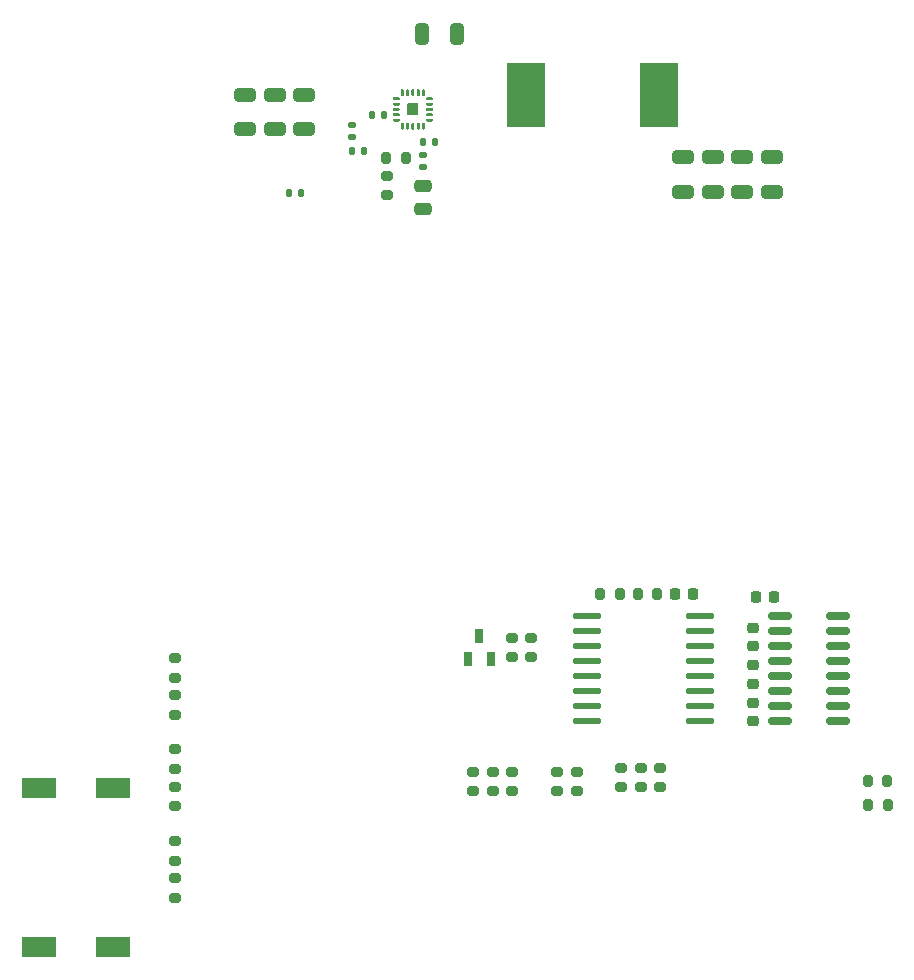
<source format=gbr>
%TF.GenerationSoftware,KiCad,Pcbnew,7.0.7*%
%TF.CreationDate,2024-02-14T01:50:22-08:00*%
%TF.ProjectId,PDB,5044422e-6b69-4636-9164-5f7063625858,rev?*%
%TF.SameCoordinates,Original*%
%TF.FileFunction,Paste,Top*%
%TF.FilePolarity,Positive*%
%FSLAX46Y46*%
G04 Gerber Fmt 4.6, Leading zero omitted, Abs format (unit mm)*
G04 Created by KiCad (PCBNEW 7.0.7) date 2024-02-14 01:50:22*
%MOMM*%
%LPD*%
G01*
G04 APERTURE LIST*
G04 Aperture macros list*
%AMRoundRect*
0 Rectangle with rounded corners*
0 $1 Rounding radius*
0 $2 $3 $4 $5 $6 $7 $8 $9 X,Y pos of 4 corners*
0 Add a 4 corners polygon primitive as box body*
4,1,4,$2,$3,$4,$5,$6,$7,$8,$9,$2,$3,0*
0 Add four circle primitives for the rounded corners*
1,1,$1+$1,$2,$3*
1,1,$1+$1,$4,$5*
1,1,$1+$1,$6,$7*
1,1,$1+$1,$8,$9*
0 Add four rect primitives between the rounded corners*
20,1,$1+$1,$2,$3,$4,$5,0*
20,1,$1+$1,$4,$5,$6,$7,0*
20,1,$1+$1,$6,$7,$8,$9,0*
20,1,$1+$1,$8,$9,$2,$3,0*%
G04 Aperture macros list end*
%ADD10RoundRect,0.200000X0.275000X-0.200000X0.275000X0.200000X-0.275000X0.200000X-0.275000X-0.200000X0*%
%ADD11RoundRect,0.250000X0.650000X-0.325000X0.650000X0.325000X-0.650000X0.325000X-0.650000X-0.325000X0*%
%ADD12RoundRect,0.135000X-0.135000X-0.185000X0.135000X-0.185000X0.135000X0.185000X-0.135000X0.185000X0*%
%ADD13RoundRect,0.225000X0.225000X0.250000X-0.225000X0.250000X-0.225000X-0.250000X0.225000X-0.250000X0*%
%ADD14RoundRect,0.200000X-0.200000X-0.275000X0.200000X-0.275000X0.200000X0.275000X-0.200000X0.275000X0*%
%ADD15RoundRect,0.200000X-0.275000X0.200000X-0.275000X-0.200000X0.275000X-0.200000X0.275000X0.200000X0*%
%ADD16RoundRect,0.225000X0.250000X-0.225000X0.250000X0.225000X-0.250000X0.225000X-0.250000X-0.225000X0*%
%ADD17R,2.921000X1.651000*%
%ADD18R,3.250000X5.500000*%
%ADD19O,2.401000X0.574000*%
%ADD20RoundRect,0.135000X0.135000X0.185000X-0.135000X0.185000X-0.135000X-0.185000X0.135000X-0.185000X0*%
%ADD21RoundRect,0.250000X0.325000X0.650000X-0.325000X0.650000X-0.325000X-0.650000X0.325000X-0.650000X0*%
%ADD22R,0.700000X1.250000*%
%ADD23RoundRect,0.135000X-0.185000X0.135000X-0.185000X-0.135000X0.185000X-0.135000X0.185000X0.135000X0*%
%ADD24RoundRect,0.225000X-0.225000X-0.250000X0.225000X-0.250000X0.225000X0.250000X-0.225000X0.250000X0*%
%ADD25O,0.252000X0.600000*%
%ADD26O,0.600000X0.252000*%
%ADD27R,0.926000X0.975000*%
%ADD28RoundRect,0.150000X-0.825000X-0.150000X0.825000X-0.150000X0.825000X0.150000X-0.825000X0.150000X0*%
%ADD29RoundRect,0.250000X-0.475000X0.250000X-0.475000X-0.250000X0.475000X-0.250000X0.475000X0.250000X0*%
%ADD30RoundRect,0.225000X-0.250000X0.225000X-0.250000X-0.225000X0.250000X-0.225000X0.250000X0.225000X0*%
G04 APERTURE END LIST*
%TO.C,U3*%
G36*
X114209000Y-30088000D02*
G01*
X113283000Y-30088000D01*
X113283000Y-29112000D01*
X114209000Y-29112000D01*
X114209000Y-30088000D01*
G37*
G36*
X113768000Y-27889000D02*
G01*
X113775000Y-27891000D01*
X113782000Y-27893000D01*
X113789000Y-27895000D01*
X113796000Y-27898000D01*
X113803000Y-27901000D01*
X113809000Y-27904000D01*
X113815000Y-27908000D01*
X113821000Y-27912000D01*
X113827000Y-27917000D01*
X113832000Y-27922000D01*
X113838000Y-27927000D01*
X113843000Y-27933000D01*
X113847000Y-27938000D01*
X113851000Y-27944000D01*
X113855000Y-27950000D01*
X113859000Y-27957000D01*
X113862000Y-27964000D01*
X113864000Y-27970000D01*
X113867000Y-27977000D01*
X113869000Y-27984000D01*
X113870000Y-27992000D01*
X113871000Y-27999000D01*
X113872000Y-28006000D01*
X113872000Y-28014000D01*
X113872000Y-28362000D01*
X113872000Y-28369000D01*
X113871000Y-28376000D01*
X113870000Y-28383000D01*
X113869000Y-28391000D01*
X113867000Y-28398000D01*
X113864000Y-28405000D01*
X113862000Y-28411000D01*
X113859000Y-28418000D01*
X113855000Y-28425000D01*
X113851000Y-28431000D01*
X113847000Y-28437000D01*
X113843000Y-28443000D01*
X113838000Y-28448000D01*
X113832000Y-28453000D01*
X113827000Y-28458000D01*
X113821000Y-28463000D01*
X113815000Y-28467000D01*
X113809000Y-28471000D01*
X113803000Y-28474000D01*
X113796000Y-28477000D01*
X113789000Y-28480000D01*
X113782000Y-28482000D01*
X113775000Y-28484000D01*
X113768000Y-28486000D01*
X113761000Y-28487000D01*
X113753000Y-28487000D01*
X113746000Y-28488000D01*
X113739000Y-28487000D01*
X113731000Y-28487000D01*
X113724000Y-28486000D01*
X113717000Y-28484000D01*
X113710000Y-28482000D01*
X113703000Y-28480000D01*
X113696000Y-28477000D01*
X113689000Y-28474000D01*
X113683000Y-28471000D01*
X113677000Y-28467000D01*
X113671000Y-28463000D01*
X113665000Y-28458000D01*
X113660000Y-28453000D01*
X113654000Y-28448000D01*
X113649000Y-28443000D01*
X113645000Y-28437000D01*
X113641000Y-28431000D01*
X113637000Y-28425000D01*
X113633000Y-28418000D01*
X113630000Y-28411000D01*
X113628000Y-28405000D01*
X113625000Y-28398000D01*
X113623000Y-28391000D01*
X113622000Y-28383000D01*
X113621000Y-28376000D01*
X113620000Y-28369000D01*
X113620000Y-28362000D01*
X113620000Y-28014000D01*
X113620000Y-28006000D01*
X113621000Y-27999000D01*
X113622000Y-27992000D01*
X113623000Y-27984000D01*
X113625000Y-27977000D01*
X113628000Y-27970000D01*
X113630000Y-27964000D01*
X113633000Y-27957000D01*
X113637000Y-27951000D01*
X113641000Y-27944000D01*
X113645000Y-27938000D01*
X113649000Y-27933000D01*
X113654000Y-27927000D01*
X113660000Y-27922000D01*
X113665000Y-27917000D01*
X113671000Y-27912000D01*
X113677000Y-27908000D01*
X113683000Y-27904000D01*
X113689000Y-27901000D01*
X113696000Y-27898000D01*
X113703000Y-27895000D01*
X113710000Y-27893000D01*
X113717000Y-27891000D01*
X113724000Y-27889000D01*
X113731000Y-27888000D01*
X113739000Y-27888000D01*
X113746000Y-27888000D01*
X113753000Y-27888000D01*
X113761000Y-27888000D01*
X113768000Y-27889000D01*
G37*
G36*
X114668000Y-27889000D02*
G01*
X114675000Y-27891000D01*
X114682000Y-27893000D01*
X114689000Y-27895000D01*
X114696000Y-27898000D01*
X114702000Y-27901000D01*
X114709000Y-27904000D01*
X114715000Y-27908000D01*
X114721000Y-27912000D01*
X114727000Y-27917000D01*
X114732000Y-27922000D01*
X114738000Y-27927000D01*
X114742000Y-27933000D01*
X114747000Y-27938000D01*
X114751000Y-27944000D01*
X114755000Y-27950000D01*
X114759000Y-27957000D01*
X114762000Y-27964000D01*
X114764000Y-27970000D01*
X114767000Y-27977000D01*
X114769000Y-27984000D01*
X114770000Y-27992000D01*
X114771000Y-27999000D01*
X114772000Y-28006000D01*
X114772000Y-28014000D01*
X114772000Y-28362000D01*
X114772000Y-28369000D01*
X114771000Y-28376000D01*
X114770000Y-28383000D01*
X114769000Y-28391000D01*
X114767000Y-28398000D01*
X114764000Y-28405000D01*
X114762000Y-28411000D01*
X114759000Y-28418000D01*
X114755000Y-28425000D01*
X114751000Y-28431000D01*
X114747000Y-28437000D01*
X114742000Y-28443000D01*
X114738000Y-28448000D01*
X114732000Y-28453000D01*
X114727000Y-28458000D01*
X114721000Y-28463000D01*
X114715000Y-28467000D01*
X114709000Y-28471000D01*
X114702000Y-28474000D01*
X114696000Y-28477000D01*
X114689000Y-28480000D01*
X114682000Y-28482000D01*
X114675000Y-28484000D01*
X114668000Y-28486000D01*
X114661000Y-28487000D01*
X114653000Y-28487000D01*
X114646000Y-28488000D01*
X114639000Y-28487000D01*
X114631000Y-28487000D01*
X114624000Y-28486000D01*
X114617000Y-28484000D01*
X114610000Y-28482000D01*
X114603000Y-28480000D01*
X114596000Y-28477000D01*
X114589000Y-28474000D01*
X114583000Y-28471000D01*
X114577000Y-28467000D01*
X114571000Y-28463000D01*
X114565000Y-28458000D01*
X114559000Y-28453000D01*
X114554000Y-28448000D01*
X114549000Y-28443000D01*
X114545000Y-28437000D01*
X114541000Y-28431000D01*
X114537000Y-28425000D01*
X114533000Y-28418000D01*
X114530000Y-28411000D01*
X114528000Y-28405000D01*
X114525000Y-28398000D01*
X114523000Y-28391000D01*
X114522000Y-28383000D01*
X114521000Y-28376000D01*
X114520000Y-28369000D01*
X114520000Y-28362000D01*
X114520000Y-28014000D01*
X114520000Y-28006000D01*
X114521000Y-27999000D01*
X114522000Y-27992000D01*
X114523000Y-27984000D01*
X114525000Y-27977000D01*
X114528000Y-27970000D01*
X114530000Y-27964000D01*
X114533000Y-27957000D01*
X114537000Y-27951000D01*
X114541000Y-27944000D01*
X114545000Y-27938000D01*
X114549000Y-27933000D01*
X114554000Y-27927000D01*
X114559000Y-27922000D01*
X114565000Y-27917000D01*
X114571000Y-27912000D01*
X114577000Y-27908000D01*
X114583000Y-27904000D01*
X114589000Y-27901000D01*
X114596000Y-27898000D01*
X114603000Y-27895000D01*
X114610000Y-27893000D01*
X114617000Y-27891000D01*
X114624000Y-27889000D01*
X114631000Y-27888000D01*
X114639000Y-27888000D01*
X114646000Y-27888000D01*
X114653000Y-27888000D01*
X114661000Y-27888000D01*
X114668000Y-27889000D01*
G37*
G36*
X114218000Y-27889000D02*
G01*
X114225000Y-27891000D01*
X114232000Y-27893000D01*
X114239000Y-27895000D01*
X114246000Y-27898000D01*
X114253000Y-27901000D01*
X114259000Y-27904000D01*
X114265000Y-27908000D01*
X114271000Y-27912000D01*
X114277000Y-27917000D01*
X114283000Y-27922000D01*
X114288000Y-27927000D01*
X114293000Y-27933000D01*
X114297000Y-27938000D01*
X114301000Y-27944000D01*
X114305000Y-27950000D01*
X114309000Y-27957000D01*
X114312000Y-27964000D01*
X114315000Y-27970000D01*
X114317000Y-27977000D01*
X114319000Y-27984000D01*
X114320000Y-27992000D01*
X114321000Y-27999000D01*
X114322000Y-28006000D01*
X114322000Y-28014000D01*
X114322000Y-28362000D01*
X114322000Y-28369000D01*
X114321000Y-28376000D01*
X114320000Y-28383000D01*
X114319000Y-28391000D01*
X114317000Y-28398000D01*
X114315000Y-28405000D01*
X114312000Y-28411000D01*
X114309000Y-28418000D01*
X114305000Y-28425000D01*
X114301000Y-28431000D01*
X114297000Y-28437000D01*
X114293000Y-28443000D01*
X114288000Y-28448000D01*
X114283000Y-28453000D01*
X114277000Y-28458000D01*
X114271000Y-28463000D01*
X114265000Y-28467000D01*
X114259000Y-28471000D01*
X114253000Y-28474000D01*
X114246000Y-28477000D01*
X114239000Y-28480000D01*
X114232000Y-28482000D01*
X114225000Y-28484000D01*
X114218000Y-28486000D01*
X114211000Y-28487000D01*
X114203000Y-28487000D01*
X114196000Y-28488000D01*
X114189000Y-28487000D01*
X114181000Y-28487000D01*
X114174000Y-28486000D01*
X114167000Y-28484000D01*
X114160000Y-28482000D01*
X114153000Y-28480000D01*
X114146000Y-28477000D01*
X114140000Y-28474000D01*
X114133000Y-28471000D01*
X114127000Y-28467000D01*
X114121000Y-28463000D01*
X114115000Y-28458000D01*
X114110000Y-28453000D01*
X114104000Y-28448000D01*
X114100000Y-28443000D01*
X114095000Y-28437000D01*
X114091000Y-28431000D01*
X114087000Y-28425000D01*
X114083000Y-28418000D01*
X114080000Y-28411000D01*
X114078000Y-28405000D01*
X114075000Y-28398000D01*
X114073000Y-28391000D01*
X114072000Y-28383000D01*
X114071000Y-28376000D01*
X114070000Y-28369000D01*
X114070000Y-28362000D01*
X114070000Y-28014000D01*
X114070000Y-28006000D01*
X114071000Y-27999000D01*
X114072000Y-27992000D01*
X114073000Y-27984000D01*
X114075000Y-27977000D01*
X114078000Y-27970000D01*
X114080000Y-27964000D01*
X114083000Y-27957000D01*
X114087000Y-27951000D01*
X114091000Y-27944000D01*
X114095000Y-27938000D01*
X114100000Y-27933000D01*
X114104000Y-27927000D01*
X114110000Y-27922000D01*
X114115000Y-27917000D01*
X114121000Y-27912000D01*
X114127000Y-27908000D01*
X114133000Y-27904000D01*
X114140000Y-27901000D01*
X114146000Y-27898000D01*
X114153000Y-27895000D01*
X114160000Y-27893000D01*
X114167000Y-27891000D01*
X114174000Y-27889000D01*
X114181000Y-27888000D01*
X114189000Y-27888000D01*
X114196000Y-27888000D01*
X114203000Y-27888000D01*
X114211000Y-27888000D01*
X114218000Y-27889000D01*
G37*
G36*
X113318000Y-27889000D02*
G01*
X113325000Y-27891000D01*
X113332000Y-27893000D01*
X113339000Y-27895000D01*
X113346000Y-27898000D01*
X113352000Y-27901000D01*
X113359000Y-27904000D01*
X113365000Y-27908000D01*
X113371000Y-27912000D01*
X113377000Y-27917000D01*
X113382000Y-27922000D01*
X113388000Y-27927000D01*
X113392000Y-27933000D01*
X113397000Y-27938000D01*
X113401000Y-27944000D01*
X113405000Y-27950000D01*
X113409000Y-27957000D01*
X113412000Y-27964000D01*
X113414000Y-27970000D01*
X113417000Y-27977000D01*
X113419000Y-27984000D01*
X113420000Y-27992000D01*
X113421000Y-27999000D01*
X113422000Y-28006000D01*
X113422000Y-28014000D01*
X113422000Y-28362000D01*
X113422000Y-28369000D01*
X113421000Y-28376000D01*
X113420000Y-28383000D01*
X113419000Y-28391000D01*
X113417000Y-28398000D01*
X113414000Y-28405000D01*
X113412000Y-28411000D01*
X113409000Y-28418000D01*
X113405000Y-28425000D01*
X113401000Y-28431000D01*
X113397000Y-28437000D01*
X113392000Y-28443000D01*
X113388000Y-28448000D01*
X113382000Y-28453000D01*
X113377000Y-28458000D01*
X113371000Y-28463000D01*
X113365000Y-28467000D01*
X113359000Y-28471000D01*
X113352000Y-28474000D01*
X113346000Y-28477000D01*
X113339000Y-28480000D01*
X113332000Y-28482000D01*
X113325000Y-28484000D01*
X113318000Y-28486000D01*
X113311000Y-28487000D01*
X113303000Y-28487000D01*
X113296000Y-28488000D01*
X113289000Y-28487000D01*
X113281000Y-28487000D01*
X113274000Y-28486000D01*
X113267000Y-28484000D01*
X113260000Y-28482000D01*
X113253000Y-28480000D01*
X113246000Y-28477000D01*
X113239000Y-28474000D01*
X113233000Y-28471000D01*
X113227000Y-28467000D01*
X113221000Y-28463000D01*
X113215000Y-28458000D01*
X113209000Y-28453000D01*
X113204000Y-28448000D01*
X113199000Y-28443000D01*
X113195000Y-28437000D01*
X113191000Y-28431000D01*
X113187000Y-28425000D01*
X113183000Y-28418000D01*
X113180000Y-28411000D01*
X113177000Y-28405000D01*
X113175000Y-28398000D01*
X113173000Y-28391000D01*
X113172000Y-28383000D01*
X113171000Y-28376000D01*
X113170000Y-28369000D01*
X113170000Y-28362000D01*
X113170000Y-28014000D01*
X113170000Y-28006000D01*
X113171000Y-27999000D01*
X113172000Y-27992000D01*
X113173000Y-27984000D01*
X113175000Y-27977000D01*
X113177000Y-27970000D01*
X113180000Y-27964000D01*
X113183000Y-27957000D01*
X113187000Y-27951000D01*
X113191000Y-27944000D01*
X113195000Y-27938000D01*
X113199000Y-27933000D01*
X113204000Y-27927000D01*
X113209000Y-27922000D01*
X113215000Y-27917000D01*
X113221000Y-27912000D01*
X113227000Y-27908000D01*
X113233000Y-27904000D01*
X113239000Y-27901000D01*
X113246000Y-27898000D01*
X113253000Y-27895000D01*
X113260000Y-27893000D01*
X113267000Y-27891000D01*
X113274000Y-27889000D01*
X113281000Y-27888000D01*
X113289000Y-27888000D01*
X113296000Y-27888000D01*
X113303000Y-27888000D01*
X113311000Y-27888000D01*
X113318000Y-27889000D01*
G37*
G36*
X112868000Y-27889000D02*
G01*
X112875000Y-27891000D01*
X112882000Y-27893000D01*
X112889000Y-27895000D01*
X112896000Y-27898000D01*
X112903000Y-27901000D01*
X112909000Y-27904000D01*
X112915000Y-27908000D01*
X112921000Y-27912000D01*
X112927000Y-27917000D01*
X112933000Y-27922000D01*
X112938000Y-27927000D01*
X112943000Y-27933000D01*
X112947000Y-27938000D01*
X112951000Y-27944000D01*
X112955000Y-27950000D01*
X112959000Y-27957000D01*
X112962000Y-27964000D01*
X112964000Y-27970000D01*
X112967000Y-27977000D01*
X112969000Y-27984000D01*
X112970000Y-27992000D01*
X112971000Y-27999000D01*
X112972000Y-28006000D01*
X112972000Y-28014000D01*
X112972000Y-28362000D01*
X112972000Y-28369000D01*
X112971000Y-28376000D01*
X112970000Y-28383000D01*
X112969000Y-28391000D01*
X112967000Y-28398000D01*
X112964000Y-28405000D01*
X112962000Y-28411000D01*
X112959000Y-28418000D01*
X112955000Y-28425000D01*
X112951000Y-28431000D01*
X112947000Y-28437000D01*
X112943000Y-28443000D01*
X112938000Y-28448000D01*
X112933000Y-28453000D01*
X112927000Y-28458000D01*
X112921000Y-28463000D01*
X112915000Y-28467000D01*
X112909000Y-28471000D01*
X112903000Y-28474000D01*
X112896000Y-28477000D01*
X112889000Y-28480000D01*
X112882000Y-28482000D01*
X112875000Y-28484000D01*
X112868000Y-28486000D01*
X112861000Y-28487000D01*
X112853000Y-28487000D01*
X112846000Y-28488000D01*
X112839000Y-28487000D01*
X112831000Y-28487000D01*
X112824000Y-28486000D01*
X112817000Y-28484000D01*
X112810000Y-28482000D01*
X112803000Y-28480000D01*
X112796000Y-28477000D01*
X112790000Y-28474000D01*
X112783000Y-28471000D01*
X112777000Y-28467000D01*
X112771000Y-28463000D01*
X112765000Y-28458000D01*
X112760000Y-28453000D01*
X112754000Y-28448000D01*
X112750000Y-28443000D01*
X112745000Y-28437000D01*
X112741000Y-28431000D01*
X112737000Y-28425000D01*
X112733000Y-28418000D01*
X112730000Y-28411000D01*
X112728000Y-28405000D01*
X112725000Y-28398000D01*
X112723000Y-28391000D01*
X112722000Y-28383000D01*
X112721000Y-28376000D01*
X112720000Y-28369000D01*
X112720000Y-28362000D01*
X112720000Y-28014000D01*
X112720000Y-28006000D01*
X112721000Y-27999000D01*
X112722000Y-27992000D01*
X112723000Y-27984000D01*
X112725000Y-27977000D01*
X112728000Y-27970000D01*
X112730000Y-27964000D01*
X112733000Y-27957000D01*
X112737000Y-27951000D01*
X112741000Y-27944000D01*
X112745000Y-27938000D01*
X112750000Y-27933000D01*
X112754000Y-27927000D01*
X112760000Y-27922000D01*
X112765000Y-27917000D01*
X112771000Y-27912000D01*
X112777000Y-27908000D01*
X112783000Y-27904000D01*
X112790000Y-27901000D01*
X112796000Y-27898000D01*
X112803000Y-27895000D01*
X112810000Y-27893000D01*
X112817000Y-27891000D01*
X112824000Y-27889000D01*
X112831000Y-27888000D01*
X112839000Y-27888000D01*
X112846000Y-27888000D01*
X112853000Y-27888000D01*
X112861000Y-27888000D01*
X112868000Y-27889000D01*
G37*
G36*
X115347000Y-28575000D02*
G01*
X115354000Y-28576000D01*
X115362000Y-28577000D01*
X115369000Y-28579000D01*
X115376000Y-28582000D01*
X115382000Y-28584000D01*
X115389000Y-28587000D01*
X115395000Y-28591000D01*
X115402000Y-28595000D01*
X115408000Y-28599000D01*
X115413000Y-28604000D01*
X115419000Y-28608000D01*
X115424000Y-28614000D01*
X115429000Y-28619000D01*
X115434000Y-28625000D01*
X115438000Y-28631000D01*
X115442000Y-28637000D01*
X115445000Y-28644000D01*
X115448000Y-28650000D01*
X115451000Y-28657000D01*
X115453000Y-28664000D01*
X115455000Y-28671000D01*
X115457000Y-28678000D01*
X115458000Y-28685000D01*
X115458000Y-28693000D01*
X115458000Y-28700000D01*
X115458000Y-28707000D01*
X115458000Y-28715000D01*
X115457000Y-28722000D01*
X115455000Y-28729000D01*
X115453000Y-28736000D01*
X115451000Y-28743000D01*
X115448000Y-28750000D01*
X115445000Y-28757000D01*
X115442000Y-28763000D01*
X115438000Y-28769000D01*
X115434000Y-28775000D01*
X115429000Y-28781000D01*
X115424000Y-28787000D01*
X115419000Y-28792000D01*
X115413000Y-28797000D01*
X115408000Y-28801000D01*
X115402000Y-28805000D01*
X115396000Y-28809000D01*
X115389000Y-28813000D01*
X115382000Y-28816000D01*
X115376000Y-28818000D01*
X115369000Y-28821000D01*
X115362000Y-28823000D01*
X115354000Y-28824000D01*
X115347000Y-28825000D01*
X115340000Y-28826000D01*
X115332000Y-28826000D01*
X114984000Y-28826000D01*
X114977000Y-28826000D01*
X114970000Y-28825000D01*
X114963000Y-28824000D01*
X114955000Y-28823000D01*
X114948000Y-28821000D01*
X114941000Y-28818000D01*
X114935000Y-28816000D01*
X114928000Y-28813000D01*
X114921000Y-28809000D01*
X114915000Y-28805000D01*
X114909000Y-28801000D01*
X114903000Y-28797000D01*
X114898000Y-28792000D01*
X114893000Y-28787000D01*
X114888000Y-28781000D01*
X114883000Y-28775000D01*
X114879000Y-28769000D01*
X114875000Y-28763000D01*
X114872000Y-28757000D01*
X114869000Y-28750000D01*
X114866000Y-28743000D01*
X114864000Y-28736000D01*
X114862000Y-28729000D01*
X114860000Y-28722000D01*
X114859000Y-28715000D01*
X114859000Y-28707000D01*
X114858000Y-28700000D01*
X114859000Y-28693000D01*
X114859000Y-28685000D01*
X114860000Y-28678000D01*
X114862000Y-28671000D01*
X114864000Y-28664000D01*
X114866000Y-28657000D01*
X114869000Y-28650000D01*
X114872000Y-28644000D01*
X114875000Y-28637000D01*
X114879000Y-28631000D01*
X114883000Y-28625000D01*
X114888000Y-28619000D01*
X114893000Y-28614000D01*
X114898000Y-28608000D01*
X114903000Y-28604000D01*
X114909000Y-28599000D01*
X114915000Y-28595000D01*
X114921000Y-28591000D01*
X114928000Y-28587000D01*
X114935000Y-28584000D01*
X114941000Y-28582000D01*
X114948000Y-28579000D01*
X114955000Y-28577000D01*
X114963000Y-28576000D01*
X114970000Y-28575000D01*
X114977000Y-28574000D01*
X114984000Y-28574000D01*
X115332000Y-28574000D01*
X115340000Y-28574000D01*
X115347000Y-28575000D01*
G37*
G36*
X112522000Y-28575000D02*
G01*
X112529000Y-28576000D01*
X112537000Y-28577000D01*
X112544000Y-28579000D01*
X112551000Y-28582000D01*
X112557000Y-28584000D01*
X112564000Y-28587000D01*
X112570000Y-28591000D01*
X112577000Y-28595000D01*
X112583000Y-28599000D01*
X112588000Y-28604000D01*
X112594000Y-28608000D01*
X112599000Y-28614000D01*
X112604000Y-28619000D01*
X112609000Y-28625000D01*
X112613000Y-28631000D01*
X112617000Y-28637000D01*
X112620000Y-28644000D01*
X112623000Y-28650000D01*
X112626000Y-28657000D01*
X112628000Y-28664000D01*
X112630000Y-28671000D01*
X112632000Y-28678000D01*
X112633000Y-28685000D01*
X112633000Y-28693000D01*
X112634000Y-28700000D01*
X112633000Y-28707000D01*
X112633000Y-28715000D01*
X112632000Y-28722000D01*
X112630000Y-28729000D01*
X112628000Y-28736000D01*
X112626000Y-28743000D01*
X112623000Y-28750000D01*
X112620000Y-28757000D01*
X112617000Y-28763000D01*
X112613000Y-28769000D01*
X112609000Y-28775000D01*
X112604000Y-28781000D01*
X112599000Y-28787000D01*
X112594000Y-28792000D01*
X112588000Y-28797000D01*
X112583000Y-28801000D01*
X112577000Y-28805000D01*
X112571000Y-28809000D01*
X112564000Y-28813000D01*
X112557000Y-28816000D01*
X112551000Y-28818000D01*
X112544000Y-28821000D01*
X112537000Y-28823000D01*
X112529000Y-28824000D01*
X112522000Y-28825000D01*
X112515000Y-28826000D01*
X112507000Y-28826000D01*
X112160000Y-28826000D01*
X112152000Y-28826000D01*
X112145000Y-28825000D01*
X112138000Y-28824000D01*
X112130000Y-28823000D01*
X112123000Y-28821000D01*
X112116000Y-28818000D01*
X112110000Y-28816000D01*
X112103000Y-28813000D01*
X112097000Y-28809000D01*
X112090000Y-28805000D01*
X112084000Y-28801000D01*
X112079000Y-28797000D01*
X112073000Y-28792000D01*
X112068000Y-28787000D01*
X112063000Y-28781000D01*
X112058000Y-28775000D01*
X112054000Y-28769000D01*
X112050000Y-28763000D01*
X112047000Y-28757000D01*
X112044000Y-28750000D01*
X112041000Y-28743000D01*
X112039000Y-28736000D01*
X112037000Y-28729000D01*
X112035000Y-28722000D01*
X112034000Y-28715000D01*
X112034000Y-28707000D01*
X112034000Y-28700000D01*
X112034000Y-28693000D01*
X112034000Y-28685000D01*
X112035000Y-28678000D01*
X112037000Y-28671000D01*
X112039000Y-28664000D01*
X112041000Y-28657000D01*
X112044000Y-28650000D01*
X112047000Y-28644000D01*
X112050000Y-28637000D01*
X112054000Y-28631000D01*
X112058000Y-28625000D01*
X112063000Y-28619000D01*
X112068000Y-28614000D01*
X112073000Y-28608000D01*
X112079000Y-28604000D01*
X112084000Y-28599000D01*
X112090000Y-28595000D01*
X112096000Y-28591000D01*
X112103000Y-28587000D01*
X112110000Y-28584000D01*
X112116000Y-28582000D01*
X112123000Y-28579000D01*
X112130000Y-28577000D01*
X112138000Y-28576000D01*
X112145000Y-28575000D01*
X112152000Y-28574000D01*
X112160000Y-28574000D01*
X112507000Y-28574000D01*
X112515000Y-28574000D01*
X112522000Y-28575000D01*
G37*
G36*
X115347000Y-29025000D02*
G01*
X115354000Y-29026000D01*
X115362000Y-29027000D01*
X115369000Y-29029000D01*
X115376000Y-29031000D01*
X115382000Y-29034000D01*
X115389000Y-29037000D01*
X115395000Y-29041000D01*
X115402000Y-29045000D01*
X115408000Y-29049000D01*
X115413000Y-29053000D01*
X115419000Y-29058000D01*
X115424000Y-29063000D01*
X115429000Y-29069000D01*
X115434000Y-29075000D01*
X115438000Y-29081000D01*
X115442000Y-29087000D01*
X115445000Y-29093000D01*
X115448000Y-29100000D01*
X115451000Y-29107000D01*
X115453000Y-29114000D01*
X115455000Y-29121000D01*
X115457000Y-29128000D01*
X115458000Y-29135000D01*
X115458000Y-29143000D01*
X115458000Y-29150000D01*
X115458000Y-29157000D01*
X115458000Y-29165000D01*
X115457000Y-29172000D01*
X115455000Y-29179000D01*
X115453000Y-29186000D01*
X115451000Y-29193000D01*
X115448000Y-29200000D01*
X115445000Y-29206000D01*
X115442000Y-29213000D01*
X115438000Y-29219000D01*
X115434000Y-29225000D01*
X115429000Y-29231000D01*
X115424000Y-29236000D01*
X115419000Y-29242000D01*
X115413000Y-29246000D01*
X115408000Y-29251000D01*
X115402000Y-29255000D01*
X115396000Y-29259000D01*
X115389000Y-29263000D01*
X115382000Y-29266000D01*
X115376000Y-29268000D01*
X115369000Y-29271000D01*
X115362000Y-29273000D01*
X115354000Y-29274000D01*
X115347000Y-29275000D01*
X115340000Y-29276000D01*
X115332000Y-29276000D01*
X114984000Y-29276000D01*
X114977000Y-29276000D01*
X114970000Y-29275000D01*
X114963000Y-29274000D01*
X114955000Y-29273000D01*
X114948000Y-29271000D01*
X114941000Y-29268000D01*
X114935000Y-29266000D01*
X114928000Y-29263000D01*
X114921000Y-29259000D01*
X114915000Y-29255000D01*
X114909000Y-29251000D01*
X114903000Y-29246000D01*
X114898000Y-29242000D01*
X114893000Y-29236000D01*
X114888000Y-29231000D01*
X114883000Y-29225000D01*
X114879000Y-29219000D01*
X114875000Y-29213000D01*
X114872000Y-29206000D01*
X114869000Y-29200000D01*
X114866000Y-29193000D01*
X114864000Y-29186000D01*
X114862000Y-29179000D01*
X114860000Y-29172000D01*
X114859000Y-29165000D01*
X114859000Y-29157000D01*
X114858000Y-29150000D01*
X114859000Y-29143000D01*
X114859000Y-29135000D01*
X114860000Y-29128000D01*
X114862000Y-29121000D01*
X114864000Y-29114000D01*
X114866000Y-29107000D01*
X114869000Y-29100000D01*
X114872000Y-29093000D01*
X114875000Y-29087000D01*
X114879000Y-29081000D01*
X114883000Y-29075000D01*
X114888000Y-29069000D01*
X114893000Y-29063000D01*
X114898000Y-29058000D01*
X114903000Y-29053000D01*
X114909000Y-29049000D01*
X114915000Y-29045000D01*
X114921000Y-29041000D01*
X114928000Y-29037000D01*
X114935000Y-29034000D01*
X114941000Y-29031000D01*
X114948000Y-29029000D01*
X114955000Y-29027000D01*
X114963000Y-29026000D01*
X114970000Y-29025000D01*
X114977000Y-29024000D01*
X114984000Y-29024000D01*
X115332000Y-29024000D01*
X115340000Y-29024000D01*
X115347000Y-29025000D01*
G37*
G36*
X112522000Y-29025000D02*
G01*
X112529000Y-29026000D01*
X112537000Y-29027000D01*
X112544000Y-29029000D01*
X112551000Y-29031000D01*
X112557000Y-29034000D01*
X112564000Y-29037000D01*
X112570000Y-29041000D01*
X112577000Y-29045000D01*
X112583000Y-29049000D01*
X112588000Y-29053000D01*
X112594000Y-29058000D01*
X112599000Y-29063000D01*
X112604000Y-29069000D01*
X112609000Y-29075000D01*
X112613000Y-29081000D01*
X112617000Y-29087000D01*
X112620000Y-29093000D01*
X112623000Y-29100000D01*
X112626000Y-29107000D01*
X112628000Y-29114000D01*
X112630000Y-29121000D01*
X112632000Y-29128000D01*
X112633000Y-29135000D01*
X112633000Y-29143000D01*
X112634000Y-29150000D01*
X112633000Y-29157000D01*
X112633000Y-29165000D01*
X112632000Y-29172000D01*
X112630000Y-29179000D01*
X112628000Y-29186000D01*
X112626000Y-29193000D01*
X112623000Y-29200000D01*
X112620000Y-29206000D01*
X112617000Y-29213000D01*
X112613000Y-29219000D01*
X112609000Y-29225000D01*
X112604000Y-29231000D01*
X112599000Y-29236000D01*
X112594000Y-29242000D01*
X112588000Y-29246000D01*
X112583000Y-29251000D01*
X112577000Y-29255000D01*
X112571000Y-29259000D01*
X112564000Y-29263000D01*
X112557000Y-29266000D01*
X112551000Y-29268000D01*
X112544000Y-29271000D01*
X112537000Y-29273000D01*
X112529000Y-29274000D01*
X112522000Y-29275000D01*
X112515000Y-29276000D01*
X112507000Y-29276000D01*
X112160000Y-29276000D01*
X112152000Y-29276000D01*
X112145000Y-29275000D01*
X112138000Y-29274000D01*
X112130000Y-29273000D01*
X112123000Y-29271000D01*
X112116000Y-29268000D01*
X112110000Y-29266000D01*
X112103000Y-29263000D01*
X112097000Y-29259000D01*
X112090000Y-29255000D01*
X112084000Y-29251000D01*
X112079000Y-29246000D01*
X112073000Y-29242000D01*
X112068000Y-29236000D01*
X112063000Y-29231000D01*
X112058000Y-29225000D01*
X112054000Y-29219000D01*
X112050000Y-29213000D01*
X112047000Y-29206000D01*
X112044000Y-29200000D01*
X112041000Y-29193000D01*
X112039000Y-29186000D01*
X112037000Y-29179000D01*
X112035000Y-29172000D01*
X112034000Y-29165000D01*
X112034000Y-29157000D01*
X112034000Y-29150000D01*
X112034000Y-29143000D01*
X112034000Y-29135000D01*
X112035000Y-29128000D01*
X112037000Y-29121000D01*
X112039000Y-29114000D01*
X112041000Y-29107000D01*
X112044000Y-29100000D01*
X112047000Y-29093000D01*
X112050000Y-29087000D01*
X112054000Y-29081000D01*
X112058000Y-29075000D01*
X112063000Y-29069000D01*
X112068000Y-29063000D01*
X112073000Y-29058000D01*
X112079000Y-29053000D01*
X112084000Y-29049000D01*
X112090000Y-29045000D01*
X112096000Y-29041000D01*
X112103000Y-29037000D01*
X112110000Y-29034000D01*
X112116000Y-29031000D01*
X112123000Y-29029000D01*
X112130000Y-29027000D01*
X112138000Y-29026000D01*
X112145000Y-29025000D01*
X112152000Y-29024000D01*
X112160000Y-29024000D01*
X112507000Y-29024000D01*
X112515000Y-29024000D01*
X112522000Y-29025000D01*
G37*
G36*
X115347000Y-29475000D02*
G01*
X115354000Y-29476000D01*
X115362000Y-29477000D01*
X115369000Y-29479000D01*
X115376000Y-29482000D01*
X115382000Y-29484000D01*
X115389000Y-29487000D01*
X115395000Y-29491000D01*
X115402000Y-29495000D01*
X115408000Y-29499000D01*
X115413000Y-29503000D01*
X115419000Y-29508000D01*
X115424000Y-29514000D01*
X115429000Y-29519000D01*
X115434000Y-29525000D01*
X115438000Y-29531000D01*
X115442000Y-29537000D01*
X115445000Y-29543000D01*
X115448000Y-29550000D01*
X115451000Y-29557000D01*
X115453000Y-29564000D01*
X115455000Y-29571000D01*
X115457000Y-29578000D01*
X115458000Y-29585000D01*
X115458000Y-29593000D01*
X115458000Y-29600000D01*
X115458000Y-29607000D01*
X115458000Y-29615000D01*
X115457000Y-29622000D01*
X115455000Y-29629000D01*
X115453000Y-29636000D01*
X115451000Y-29643000D01*
X115448000Y-29650000D01*
X115445000Y-29657000D01*
X115442000Y-29663000D01*
X115438000Y-29669000D01*
X115434000Y-29675000D01*
X115429000Y-29681000D01*
X115424000Y-29686000D01*
X115419000Y-29692000D01*
X115413000Y-29697000D01*
X115408000Y-29701000D01*
X115402000Y-29705000D01*
X115396000Y-29709000D01*
X115389000Y-29713000D01*
X115382000Y-29716000D01*
X115376000Y-29718000D01*
X115369000Y-29721000D01*
X115362000Y-29723000D01*
X115354000Y-29724000D01*
X115347000Y-29725000D01*
X115340000Y-29726000D01*
X115332000Y-29726000D01*
X114984000Y-29726000D01*
X114977000Y-29726000D01*
X114970000Y-29725000D01*
X114963000Y-29724000D01*
X114955000Y-29723000D01*
X114948000Y-29721000D01*
X114941000Y-29718000D01*
X114935000Y-29716000D01*
X114928000Y-29713000D01*
X114921000Y-29709000D01*
X114915000Y-29705000D01*
X114909000Y-29701000D01*
X114903000Y-29697000D01*
X114898000Y-29692000D01*
X114893000Y-29686000D01*
X114888000Y-29681000D01*
X114883000Y-29675000D01*
X114879000Y-29669000D01*
X114875000Y-29663000D01*
X114872000Y-29657000D01*
X114869000Y-29650000D01*
X114866000Y-29643000D01*
X114864000Y-29636000D01*
X114862000Y-29629000D01*
X114860000Y-29622000D01*
X114859000Y-29615000D01*
X114859000Y-29607000D01*
X114858000Y-29600000D01*
X114859000Y-29593000D01*
X114859000Y-29585000D01*
X114860000Y-29578000D01*
X114862000Y-29571000D01*
X114864000Y-29564000D01*
X114866000Y-29557000D01*
X114869000Y-29550000D01*
X114872000Y-29543000D01*
X114875000Y-29537000D01*
X114879000Y-29531000D01*
X114883000Y-29525000D01*
X114888000Y-29519000D01*
X114893000Y-29514000D01*
X114898000Y-29508000D01*
X114903000Y-29503000D01*
X114909000Y-29499000D01*
X114915000Y-29495000D01*
X114921000Y-29491000D01*
X114928000Y-29487000D01*
X114935000Y-29484000D01*
X114941000Y-29482000D01*
X114948000Y-29479000D01*
X114955000Y-29477000D01*
X114963000Y-29476000D01*
X114970000Y-29475000D01*
X114977000Y-29474000D01*
X114984000Y-29474000D01*
X115332000Y-29474000D01*
X115340000Y-29474000D01*
X115347000Y-29475000D01*
G37*
G36*
X112522000Y-29475000D02*
G01*
X112529000Y-29476000D01*
X112537000Y-29477000D01*
X112544000Y-29479000D01*
X112551000Y-29482000D01*
X112557000Y-29484000D01*
X112564000Y-29487000D01*
X112570000Y-29491000D01*
X112577000Y-29495000D01*
X112583000Y-29499000D01*
X112588000Y-29503000D01*
X112594000Y-29508000D01*
X112599000Y-29514000D01*
X112604000Y-29519000D01*
X112609000Y-29525000D01*
X112613000Y-29531000D01*
X112617000Y-29537000D01*
X112620000Y-29543000D01*
X112623000Y-29550000D01*
X112626000Y-29557000D01*
X112628000Y-29564000D01*
X112630000Y-29571000D01*
X112632000Y-29578000D01*
X112633000Y-29585000D01*
X112633000Y-29593000D01*
X112634000Y-29600000D01*
X112633000Y-29607000D01*
X112633000Y-29615000D01*
X112632000Y-29622000D01*
X112630000Y-29629000D01*
X112628000Y-29636000D01*
X112626000Y-29643000D01*
X112623000Y-29650000D01*
X112620000Y-29657000D01*
X112617000Y-29663000D01*
X112613000Y-29669000D01*
X112609000Y-29675000D01*
X112604000Y-29681000D01*
X112599000Y-29686000D01*
X112594000Y-29692000D01*
X112588000Y-29697000D01*
X112583000Y-29701000D01*
X112577000Y-29705000D01*
X112571000Y-29709000D01*
X112564000Y-29713000D01*
X112557000Y-29716000D01*
X112551000Y-29718000D01*
X112544000Y-29721000D01*
X112537000Y-29723000D01*
X112529000Y-29724000D01*
X112522000Y-29725000D01*
X112515000Y-29726000D01*
X112507000Y-29726000D01*
X112160000Y-29726000D01*
X112152000Y-29726000D01*
X112145000Y-29725000D01*
X112138000Y-29724000D01*
X112130000Y-29723000D01*
X112123000Y-29721000D01*
X112116000Y-29718000D01*
X112110000Y-29716000D01*
X112103000Y-29713000D01*
X112097000Y-29709000D01*
X112090000Y-29705000D01*
X112084000Y-29701000D01*
X112079000Y-29697000D01*
X112073000Y-29692000D01*
X112068000Y-29686000D01*
X112063000Y-29681000D01*
X112058000Y-29675000D01*
X112054000Y-29669000D01*
X112050000Y-29663000D01*
X112047000Y-29657000D01*
X112044000Y-29650000D01*
X112041000Y-29643000D01*
X112039000Y-29636000D01*
X112037000Y-29629000D01*
X112035000Y-29622000D01*
X112034000Y-29615000D01*
X112034000Y-29607000D01*
X112034000Y-29600000D01*
X112034000Y-29593000D01*
X112034000Y-29585000D01*
X112035000Y-29578000D01*
X112037000Y-29571000D01*
X112039000Y-29564000D01*
X112041000Y-29557000D01*
X112044000Y-29550000D01*
X112047000Y-29543000D01*
X112050000Y-29537000D01*
X112054000Y-29531000D01*
X112058000Y-29525000D01*
X112063000Y-29519000D01*
X112068000Y-29514000D01*
X112073000Y-29508000D01*
X112079000Y-29503000D01*
X112084000Y-29499000D01*
X112090000Y-29495000D01*
X112096000Y-29491000D01*
X112103000Y-29487000D01*
X112110000Y-29484000D01*
X112116000Y-29482000D01*
X112123000Y-29479000D01*
X112130000Y-29477000D01*
X112138000Y-29476000D01*
X112145000Y-29475000D01*
X112152000Y-29474000D01*
X112160000Y-29474000D01*
X112507000Y-29474000D01*
X112515000Y-29474000D01*
X112522000Y-29475000D01*
G37*
G36*
X115347000Y-29925000D02*
G01*
X115354000Y-29926000D01*
X115362000Y-29927000D01*
X115369000Y-29929000D01*
X115376000Y-29932000D01*
X115382000Y-29934000D01*
X115389000Y-29937000D01*
X115395000Y-29941000D01*
X115402000Y-29945000D01*
X115408000Y-29949000D01*
X115413000Y-29954000D01*
X115419000Y-29958000D01*
X115424000Y-29964000D01*
X115429000Y-29969000D01*
X115434000Y-29975000D01*
X115438000Y-29981000D01*
X115442000Y-29987000D01*
X115445000Y-29994000D01*
X115448000Y-30000000D01*
X115451000Y-30007000D01*
X115453000Y-30014000D01*
X115455000Y-30021000D01*
X115457000Y-30028000D01*
X115458000Y-30035000D01*
X115458000Y-30043000D01*
X115458000Y-30050000D01*
X115458000Y-30057000D01*
X115458000Y-30065000D01*
X115457000Y-30072000D01*
X115455000Y-30079000D01*
X115453000Y-30086000D01*
X115451000Y-30093000D01*
X115448000Y-30100000D01*
X115445000Y-30107000D01*
X115442000Y-30113000D01*
X115438000Y-30119000D01*
X115434000Y-30125000D01*
X115429000Y-30131000D01*
X115424000Y-30137000D01*
X115419000Y-30142000D01*
X115413000Y-30147000D01*
X115408000Y-30151000D01*
X115402000Y-30155000D01*
X115396000Y-30159000D01*
X115389000Y-30163000D01*
X115382000Y-30166000D01*
X115376000Y-30169000D01*
X115369000Y-30171000D01*
X115362000Y-30173000D01*
X115354000Y-30174000D01*
X115347000Y-30175000D01*
X115340000Y-30176000D01*
X115332000Y-30176000D01*
X114984000Y-30176000D01*
X114977000Y-30176000D01*
X114970000Y-30175000D01*
X114963000Y-30174000D01*
X114955000Y-30173000D01*
X114948000Y-30171000D01*
X114941000Y-30169000D01*
X114935000Y-30166000D01*
X114928000Y-30163000D01*
X114921000Y-30159000D01*
X114915000Y-30155000D01*
X114909000Y-30151000D01*
X114903000Y-30147000D01*
X114898000Y-30142000D01*
X114893000Y-30137000D01*
X114888000Y-30131000D01*
X114883000Y-30125000D01*
X114879000Y-30119000D01*
X114875000Y-30113000D01*
X114872000Y-30107000D01*
X114869000Y-30100000D01*
X114866000Y-30093000D01*
X114864000Y-30086000D01*
X114862000Y-30079000D01*
X114860000Y-30072000D01*
X114859000Y-30065000D01*
X114859000Y-30057000D01*
X114858000Y-30050000D01*
X114859000Y-30043000D01*
X114859000Y-30035000D01*
X114860000Y-30028000D01*
X114862000Y-30021000D01*
X114864000Y-30014000D01*
X114866000Y-30007000D01*
X114869000Y-30000000D01*
X114872000Y-29994000D01*
X114875000Y-29987000D01*
X114879000Y-29981000D01*
X114883000Y-29975000D01*
X114888000Y-29969000D01*
X114893000Y-29964000D01*
X114898000Y-29958000D01*
X114903000Y-29954000D01*
X114909000Y-29949000D01*
X114915000Y-29945000D01*
X114921000Y-29941000D01*
X114928000Y-29937000D01*
X114935000Y-29934000D01*
X114941000Y-29932000D01*
X114948000Y-29929000D01*
X114955000Y-29927000D01*
X114963000Y-29926000D01*
X114970000Y-29925000D01*
X114977000Y-29924000D01*
X114984000Y-29924000D01*
X115332000Y-29924000D01*
X115340000Y-29924000D01*
X115347000Y-29925000D01*
G37*
G36*
X112522000Y-29925000D02*
G01*
X112529000Y-29926000D01*
X112537000Y-29927000D01*
X112544000Y-29929000D01*
X112551000Y-29932000D01*
X112557000Y-29934000D01*
X112564000Y-29937000D01*
X112570000Y-29941000D01*
X112577000Y-29945000D01*
X112583000Y-29949000D01*
X112588000Y-29954000D01*
X112594000Y-29958000D01*
X112599000Y-29964000D01*
X112604000Y-29969000D01*
X112609000Y-29975000D01*
X112613000Y-29981000D01*
X112617000Y-29987000D01*
X112620000Y-29994000D01*
X112623000Y-30000000D01*
X112626000Y-30007000D01*
X112628000Y-30014000D01*
X112630000Y-30021000D01*
X112632000Y-30028000D01*
X112633000Y-30035000D01*
X112633000Y-30043000D01*
X112634000Y-30050000D01*
X112633000Y-30057000D01*
X112633000Y-30065000D01*
X112632000Y-30072000D01*
X112630000Y-30079000D01*
X112628000Y-30086000D01*
X112626000Y-30093000D01*
X112623000Y-30100000D01*
X112620000Y-30107000D01*
X112617000Y-30113000D01*
X112613000Y-30119000D01*
X112609000Y-30125000D01*
X112604000Y-30131000D01*
X112599000Y-30137000D01*
X112594000Y-30142000D01*
X112588000Y-30147000D01*
X112583000Y-30151000D01*
X112577000Y-30155000D01*
X112571000Y-30159000D01*
X112564000Y-30163000D01*
X112557000Y-30166000D01*
X112551000Y-30169000D01*
X112544000Y-30171000D01*
X112537000Y-30173000D01*
X112529000Y-30174000D01*
X112522000Y-30175000D01*
X112515000Y-30176000D01*
X112507000Y-30176000D01*
X112160000Y-30176000D01*
X112152000Y-30176000D01*
X112145000Y-30175000D01*
X112138000Y-30174000D01*
X112130000Y-30173000D01*
X112123000Y-30171000D01*
X112116000Y-30169000D01*
X112110000Y-30166000D01*
X112103000Y-30163000D01*
X112097000Y-30159000D01*
X112090000Y-30155000D01*
X112084000Y-30151000D01*
X112079000Y-30147000D01*
X112073000Y-30142000D01*
X112068000Y-30137000D01*
X112063000Y-30131000D01*
X112058000Y-30125000D01*
X112054000Y-30119000D01*
X112050000Y-30113000D01*
X112047000Y-30107000D01*
X112044000Y-30100000D01*
X112041000Y-30093000D01*
X112039000Y-30086000D01*
X112037000Y-30079000D01*
X112035000Y-30072000D01*
X112034000Y-30065000D01*
X112034000Y-30057000D01*
X112034000Y-30050000D01*
X112034000Y-30043000D01*
X112034000Y-30035000D01*
X112035000Y-30028000D01*
X112037000Y-30021000D01*
X112039000Y-30014000D01*
X112041000Y-30007000D01*
X112044000Y-30000000D01*
X112047000Y-29994000D01*
X112050000Y-29987000D01*
X112054000Y-29981000D01*
X112058000Y-29975000D01*
X112063000Y-29969000D01*
X112068000Y-29964000D01*
X112073000Y-29958000D01*
X112079000Y-29954000D01*
X112084000Y-29949000D01*
X112090000Y-29945000D01*
X112096000Y-29941000D01*
X112103000Y-29937000D01*
X112110000Y-29934000D01*
X112116000Y-29932000D01*
X112123000Y-29929000D01*
X112130000Y-29927000D01*
X112138000Y-29926000D01*
X112145000Y-29925000D01*
X112152000Y-29924000D01*
X112160000Y-29924000D01*
X112507000Y-29924000D01*
X112515000Y-29924000D01*
X112522000Y-29925000D01*
G37*
G36*
X112522000Y-30375000D02*
G01*
X112529000Y-30376000D01*
X112537000Y-30377000D01*
X112544000Y-30379000D01*
X112551000Y-30382000D01*
X112557000Y-30384000D01*
X112564000Y-30387000D01*
X112570000Y-30391000D01*
X112577000Y-30395000D01*
X112583000Y-30399000D01*
X112588000Y-30403000D01*
X112594000Y-30408000D01*
X112599000Y-30413000D01*
X112604000Y-30419000D01*
X112609000Y-30425000D01*
X112613000Y-30431000D01*
X112617000Y-30437000D01*
X112620000Y-30443000D01*
X112623000Y-30450000D01*
X112626000Y-30457000D01*
X112628000Y-30464000D01*
X112630000Y-30471000D01*
X112632000Y-30478000D01*
X112633000Y-30485000D01*
X112633000Y-30493000D01*
X112634000Y-30500000D01*
X112633000Y-30507000D01*
X112633000Y-30515000D01*
X112632000Y-30522000D01*
X112630000Y-30529000D01*
X112628000Y-30536000D01*
X112626000Y-30543000D01*
X112623000Y-30550000D01*
X112620000Y-30556000D01*
X112617000Y-30563000D01*
X112613000Y-30569000D01*
X112609000Y-30575000D01*
X112604000Y-30581000D01*
X112599000Y-30586000D01*
X112594000Y-30592000D01*
X112588000Y-30596000D01*
X112583000Y-30601000D01*
X112577000Y-30605000D01*
X112571000Y-30609000D01*
X112564000Y-30613000D01*
X112557000Y-30616000D01*
X112551000Y-30618000D01*
X112544000Y-30621000D01*
X112537000Y-30623000D01*
X112529000Y-30624000D01*
X112522000Y-30625000D01*
X112515000Y-30626000D01*
X112507000Y-30626000D01*
X112160000Y-30626000D01*
X112152000Y-30626000D01*
X112145000Y-30625000D01*
X112138000Y-30624000D01*
X112130000Y-30623000D01*
X112123000Y-30621000D01*
X112116000Y-30618000D01*
X112110000Y-30616000D01*
X112103000Y-30613000D01*
X112097000Y-30609000D01*
X112090000Y-30605000D01*
X112084000Y-30601000D01*
X112079000Y-30596000D01*
X112073000Y-30592000D01*
X112068000Y-30586000D01*
X112063000Y-30581000D01*
X112058000Y-30575000D01*
X112054000Y-30569000D01*
X112050000Y-30563000D01*
X112047000Y-30556000D01*
X112044000Y-30550000D01*
X112041000Y-30543000D01*
X112039000Y-30536000D01*
X112037000Y-30529000D01*
X112035000Y-30522000D01*
X112034000Y-30515000D01*
X112034000Y-30507000D01*
X112034000Y-30500000D01*
X112034000Y-30493000D01*
X112034000Y-30485000D01*
X112035000Y-30478000D01*
X112037000Y-30471000D01*
X112039000Y-30464000D01*
X112041000Y-30457000D01*
X112044000Y-30450000D01*
X112047000Y-30443000D01*
X112050000Y-30437000D01*
X112054000Y-30431000D01*
X112058000Y-30425000D01*
X112063000Y-30419000D01*
X112068000Y-30413000D01*
X112073000Y-30408000D01*
X112079000Y-30403000D01*
X112084000Y-30399000D01*
X112090000Y-30395000D01*
X112096000Y-30391000D01*
X112103000Y-30387000D01*
X112110000Y-30384000D01*
X112116000Y-30382000D01*
X112123000Y-30379000D01*
X112130000Y-30377000D01*
X112138000Y-30376000D01*
X112145000Y-30375000D01*
X112152000Y-30374000D01*
X112160000Y-30374000D01*
X112507000Y-30374000D01*
X112515000Y-30374000D01*
X112522000Y-30375000D01*
G37*
G36*
X115347000Y-30375000D02*
G01*
X115354000Y-30376000D01*
X115362000Y-30377000D01*
X115369000Y-30379000D01*
X115376000Y-30382000D01*
X115382000Y-30384000D01*
X115389000Y-30387000D01*
X115395000Y-30391000D01*
X115402000Y-30395000D01*
X115408000Y-30399000D01*
X115413000Y-30403000D01*
X115419000Y-30408000D01*
X115424000Y-30413000D01*
X115429000Y-30419000D01*
X115434000Y-30425000D01*
X115438000Y-30431000D01*
X115442000Y-30437000D01*
X115445000Y-30443000D01*
X115448000Y-30450000D01*
X115451000Y-30457000D01*
X115453000Y-30464000D01*
X115455000Y-30471000D01*
X115457000Y-30478000D01*
X115458000Y-30485000D01*
X115458000Y-30493000D01*
X115458000Y-30500000D01*
X115458000Y-30507000D01*
X115458000Y-30515000D01*
X115457000Y-30522000D01*
X115455000Y-30529000D01*
X115453000Y-30536000D01*
X115451000Y-30543000D01*
X115448000Y-30550000D01*
X115445000Y-30556000D01*
X115442000Y-30563000D01*
X115438000Y-30569000D01*
X115434000Y-30575000D01*
X115429000Y-30581000D01*
X115424000Y-30586000D01*
X115419000Y-30592000D01*
X115413000Y-30596000D01*
X115408000Y-30601000D01*
X115402000Y-30605000D01*
X115396000Y-30609000D01*
X115389000Y-30613000D01*
X115382000Y-30616000D01*
X115376000Y-30618000D01*
X115369000Y-30621000D01*
X115362000Y-30623000D01*
X115354000Y-30624000D01*
X115347000Y-30625000D01*
X115340000Y-30626000D01*
X115332000Y-30626000D01*
X114984000Y-30626000D01*
X114977000Y-30626000D01*
X114970000Y-30625000D01*
X114963000Y-30624000D01*
X114955000Y-30623000D01*
X114948000Y-30621000D01*
X114941000Y-30618000D01*
X114935000Y-30616000D01*
X114928000Y-30613000D01*
X114921000Y-30609000D01*
X114915000Y-30605000D01*
X114909000Y-30601000D01*
X114903000Y-30596000D01*
X114898000Y-30592000D01*
X114893000Y-30586000D01*
X114888000Y-30581000D01*
X114883000Y-30575000D01*
X114879000Y-30569000D01*
X114875000Y-30563000D01*
X114872000Y-30556000D01*
X114869000Y-30550000D01*
X114866000Y-30543000D01*
X114864000Y-30536000D01*
X114862000Y-30529000D01*
X114860000Y-30522000D01*
X114859000Y-30515000D01*
X114859000Y-30507000D01*
X114858000Y-30500000D01*
X114859000Y-30493000D01*
X114859000Y-30485000D01*
X114860000Y-30478000D01*
X114862000Y-30471000D01*
X114864000Y-30464000D01*
X114866000Y-30457000D01*
X114869000Y-30450000D01*
X114872000Y-30443000D01*
X114875000Y-30437000D01*
X114879000Y-30431000D01*
X114883000Y-30425000D01*
X114888000Y-30419000D01*
X114893000Y-30413000D01*
X114898000Y-30408000D01*
X114903000Y-30403000D01*
X114909000Y-30399000D01*
X114915000Y-30395000D01*
X114921000Y-30391000D01*
X114928000Y-30387000D01*
X114935000Y-30384000D01*
X114941000Y-30382000D01*
X114948000Y-30379000D01*
X114955000Y-30377000D01*
X114963000Y-30376000D01*
X114970000Y-30375000D01*
X114977000Y-30374000D01*
X114984000Y-30374000D01*
X115332000Y-30374000D01*
X115340000Y-30374000D01*
X115347000Y-30375000D01*
G37*
G36*
X114653000Y-30713000D02*
G01*
X114661000Y-30713000D01*
X114668000Y-30714000D01*
X114675000Y-30716000D01*
X114682000Y-30718000D01*
X114689000Y-30720000D01*
X114696000Y-30723000D01*
X114702000Y-30726000D01*
X114709000Y-30729000D01*
X114715000Y-30733000D01*
X114721000Y-30737000D01*
X114727000Y-30742000D01*
X114732000Y-30747000D01*
X114738000Y-30752000D01*
X114742000Y-30758000D01*
X114747000Y-30763000D01*
X114751000Y-30769000D01*
X114755000Y-30775000D01*
X114759000Y-30782000D01*
X114762000Y-30789000D01*
X114764000Y-30795000D01*
X114767000Y-30802000D01*
X114769000Y-30809000D01*
X114770000Y-30817000D01*
X114771000Y-30824000D01*
X114772000Y-30831000D01*
X114772000Y-30839000D01*
X114772000Y-31186000D01*
X114772000Y-31194000D01*
X114771000Y-31201000D01*
X114770000Y-31208000D01*
X114769000Y-31216000D01*
X114767000Y-31223000D01*
X114764000Y-31230000D01*
X114762000Y-31236000D01*
X114759000Y-31243000D01*
X114755000Y-31250000D01*
X114751000Y-31256000D01*
X114747000Y-31262000D01*
X114742000Y-31267000D01*
X114738000Y-31273000D01*
X114732000Y-31278000D01*
X114727000Y-31283000D01*
X114721000Y-31288000D01*
X114715000Y-31292000D01*
X114709000Y-31296000D01*
X114702000Y-31299000D01*
X114696000Y-31302000D01*
X114689000Y-31305000D01*
X114682000Y-31307000D01*
X114675000Y-31309000D01*
X114668000Y-31311000D01*
X114661000Y-31312000D01*
X114653000Y-31312000D01*
X114646000Y-31312000D01*
X114639000Y-31312000D01*
X114631000Y-31312000D01*
X114624000Y-31311000D01*
X114617000Y-31309000D01*
X114610000Y-31307000D01*
X114603000Y-31305000D01*
X114596000Y-31302000D01*
X114589000Y-31299000D01*
X114583000Y-31296000D01*
X114577000Y-31292000D01*
X114571000Y-31288000D01*
X114565000Y-31283000D01*
X114559000Y-31278000D01*
X114554000Y-31273000D01*
X114549000Y-31267000D01*
X114545000Y-31262000D01*
X114541000Y-31256000D01*
X114537000Y-31249000D01*
X114533000Y-31243000D01*
X114530000Y-31236000D01*
X114528000Y-31230000D01*
X114525000Y-31223000D01*
X114523000Y-31216000D01*
X114522000Y-31208000D01*
X114521000Y-31201000D01*
X114520000Y-31194000D01*
X114520000Y-31186000D01*
X114520000Y-30839000D01*
X114520000Y-30831000D01*
X114521000Y-30824000D01*
X114522000Y-30817000D01*
X114523000Y-30809000D01*
X114525000Y-30802000D01*
X114528000Y-30795000D01*
X114530000Y-30789000D01*
X114533000Y-30782000D01*
X114537000Y-30776000D01*
X114541000Y-30769000D01*
X114545000Y-30763000D01*
X114549000Y-30758000D01*
X114554000Y-30752000D01*
X114559000Y-30747000D01*
X114565000Y-30742000D01*
X114571000Y-30737000D01*
X114577000Y-30733000D01*
X114583000Y-30729000D01*
X114589000Y-30726000D01*
X114596000Y-30723000D01*
X114603000Y-30720000D01*
X114610000Y-30718000D01*
X114617000Y-30716000D01*
X114624000Y-30714000D01*
X114631000Y-30713000D01*
X114639000Y-30713000D01*
X114646000Y-30712000D01*
X114653000Y-30713000D01*
G37*
G36*
X113753000Y-30713000D02*
G01*
X113761000Y-30713000D01*
X113768000Y-30714000D01*
X113775000Y-30716000D01*
X113782000Y-30718000D01*
X113789000Y-30720000D01*
X113796000Y-30723000D01*
X113803000Y-30726000D01*
X113809000Y-30729000D01*
X113815000Y-30733000D01*
X113821000Y-30737000D01*
X113827000Y-30742000D01*
X113832000Y-30747000D01*
X113838000Y-30752000D01*
X113843000Y-30758000D01*
X113847000Y-30763000D01*
X113851000Y-30769000D01*
X113855000Y-30775000D01*
X113859000Y-30782000D01*
X113862000Y-30789000D01*
X113864000Y-30795000D01*
X113867000Y-30802000D01*
X113869000Y-30809000D01*
X113870000Y-30817000D01*
X113871000Y-30824000D01*
X113872000Y-30831000D01*
X113872000Y-30839000D01*
X113872000Y-31186000D01*
X113872000Y-31194000D01*
X113871000Y-31201000D01*
X113870000Y-31208000D01*
X113869000Y-31216000D01*
X113867000Y-31223000D01*
X113864000Y-31230000D01*
X113862000Y-31236000D01*
X113859000Y-31243000D01*
X113855000Y-31250000D01*
X113851000Y-31256000D01*
X113847000Y-31262000D01*
X113843000Y-31267000D01*
X113838000Y-31273000D01*
X113832000Y-31278000D01*
X113827000Y-31283000D01*
X113821000Y-31288000D01*
X113815000Y-31292000D01*
X113809000Y-31296000D01*
X113803000Y-31299000D01*
X113796000Y-31302000D01*
X113789000Y-31305000D01*
X113782000Y-31307000D01*
X113775000Y-31309000D01*
X113768000Y-31311000D01*
X113761000Y-31312000D01*
X113753000Y-31312000D01*
X113746000Y-31312000D01*
X113739000Y-31312000D01*
X113731000Y-31312000D01*
X113724000Y-31311000D01*
X113717000Y-31309000D01*
X113710000Y-31307000D01*
X113703000Y-31305000D01*
X113696000Y-31302000D01*
X113689000Y-31299000D01*
X113683000Y-31296000D01*
X113677000Y-31292000D01*
X113671000Y-31288000D01*
X113665000Y-31283000D01*
X113660000Y-31278000D01*
X113654000Y-31273000D01*
X113649000Y-31267000D01*
X113645000Y-31262000D01*
X113641000Y-31256000D01*
X113637000Y-31249000D01*
X113633000Y-31243000D01*
X113630000Y-31236000D01*
X113628000Y-31230000D01*
X113625000Y-31223000D01*
X113623000Y-31216000D01*
X113622000Y-31208000D01*
X113621000Y-31201000D01*
X113620000Y-31194000D01*
X113620000Y-31186000D01*
X113620000Y-30839000D01*
X113620000Y-30831000D01*
X113621000Y-30824000D01*
X113622000Y-30817000D01*
X113623000Y-30809000D01*
X113625000Y-30802000D01*
X113628000Y-30795000D01*
X113630000Y-30789000D01*
X113633000Y-30782000D01*
X113637000Y-30776000D01*
X113641000Y-30769000D01*
X113645000Y-30763000D01*
X113649000Y-30758000D01*
X113654000Y-30752000D01*
X113660000Y-30747000D01*
X113665000Y-30742000D01*
X113671000Y-30737000D01*
X113677000Y-30733000D01*
X113683000Y-30729000D01*
X113689000Y-30726000D01*
X113696000Y-30723000D01*
X113703000Y-30720000D01*
X113710000Y-30718000D01*
X113717000Y-30716000D01*
X113724000Y-30714000D01*
X113731000Y-30713000D01*
X113739000Y-30713000D01*
X113746000Y-30712000D01*
X113753000Y-30713000D01*
G37*
G36*
X112853000Y-30713000D02*
G01*
X112861000Y-30713000D01*
X112868000Y-30714000D01*
X112875000Y-30716000D01*
X112882000Y-30718000D01*
X112889000Y-30720000D01*
X112896000Y-30723000D01*
X112903000Y-30726000D01*
X112909000Y-30729000D01*
X112915000Y-30733000D01*
X112921000Y-30737000D01*
X112927000Y-30742000D01*
X112933000Y-30747000D01*
X112938000Y-30752000D01*
X112943000Y-30758000D01*
X112947000Y-30763000D01*
X112951000Y-30769000D01*
X112955000Y-30775000D01*
X112959000Y-30782000D01*
X112962000Y-30789000D01*
X112964000Y-30795000D01*
X112967000Y-30802000D01*
X112969000Y-30809000D01*
X112970000Y-30817000D01*
X112971000Y-30824000D01*
X112972000Y-30831000D01*
X112972000Y-30839000D01*
X112972000Y-31186000D01*
X112972000Y-31194000D01*
X112971000Y-31201000D01*
X112970000Y-31208000D01*
X112969000Y-31216000D01*
X112967000Y-31223000D01*
X112964000Y-31230000D01*
X112962000Y-31236000D01*
X112959000Y-31243000D01*
X112955000Y-31250000D01*
X112951000Y-31256000D01*
X112947000Y-31262000D01*
X112943000Y-31267000D01*
X112938000Y-31273000D01*
X112933000Y-31278000D01*
X112927000Y-31283000D01*
X112921000Y-31288000D01*
X112915000Y-31292000D01*
X112909000Y-31296000D01*
X112903000Y-31299000D01*
X112896000Y-31302000D01*
X112889000Y-31305000D01*
X112882000Y-31307000D01*
X112875000Y-31309000D01*
X112868000Y-31311000D01*
X112861000Y-31312000D01*
X112853000Y-31312000D01*
X112846000Y-31312000D01*
X112839000Y-31312000D01*
X112831000Y-31312000D01*
X112824000Y-31311000D01*
X112817000Y-31309000D01*
X112810000Y-31307000D01*
X112803000Y-31305000D01*
X112796000Y-31302000D01*
X112790000Y-31299000D01*
X112783000Y-31296000D01*
X112777000Y-31292000D01*
X112771000Y-31288000D01*
X112765000Y-31283000D01*
X112760000Y-31278000D01*
X112754000Y-31273000D01*
X112750000Y-31267000D01*
X112745000Y-31262000D01*
X112741000Y-31256000D01*
X112737000Y-31249000D01*
X112733000Y-31243000D01*
X112730000Y-31236000D01*
X112728000Y-31230000D01*
X112725000Y-31223000D01*
X112723000Y-31216000D01*
X112722000Y-31208000D01*
X112721000Y-31201000D01*
X112720000Y-31194000D01*
X112720000Y-31186000D01*
X112720000Y-30839000D01*
X112720000Y-30831000D01*
X112721000Y-30824000D01*
X112722000Y-30817000D01*
X112723000Y-30809000D01*
X112725000Y-30802000D01*
X112728000Y-30795000D01*
X112730000Y-30789000D01*
X112733000Y-30782000D01*
X112737000Y-30776000D01*
X112741000Y-30769000D01*
X112745000Y-30763000D01*
X112750000Y-30758000D01*
X112754000Y-30752000D01*
X112760000Y-30747000D01*
X112765000Y-30742000D01*
X112771000Y-30737000D01*
X112777000Y-30733000D01*
X112783000Y-30729000D01*
X112790000Y-30726000D01*
X112796000Y-30723000D01*
X112803000Y-30720000D01*
X112810000Y-30718000D01*
X112817000Y-30716000D01*
X112824000Y-30714000D01*
X112831000Y-30713000D01*
X112839000Y-30713000D01*
X112846000Y-30712000D01*
X112853000Y-30713000D01*
G37*
G36*
X114203000Y-30713000D02*
G01*
X114211000Y-30713000D01*
X114218000Y-30714000D01*
X114225000Y-30716000D01*
X114232000Y-30718000D01*
X114239000Y-30720000D01*
X114246000Y-30723000D01*
X114253000Y-30726000D01*
X114259000Y-30729000D01*
X114265000Y-30733000D01*
X114271000Y-30737000D01*
X114277000Y-30742000D01*
X114283000Y-30747000D01*
X114288000Y-30752000D01*
X114293000Y-30758000D01*
X114297000Y-30763000D01*
X114301000Y-30769000D01*
X114305000Y-30775000D01*
X114309000Y-30782000D01*
X114312000Y-30789000D01*
X114315000Y-30795000D01*
X114317000Y-30802000D01*
X114319000Y-30809000D01*
X114320000Y-30817000D01*
X114321000Y-30824000D01*
X114322000Y-30831000D01*
X114322000Y-30839000D01*
X114322000Y-31186000D01*
X114322000Y-31194000D01*
X114321000Y-31201000D01*
X114320000Y-31208000D01*
X114319000Y-31216000D01*
X114317000Y-31223000D01*
X114315000Y-31230000D01*
X114312000Y-31236000D01*
X114309000Y-31243000D01*
X114305000Y-31250000D01*
X114301000Y-31256000D01*
X114297000Y-31262000D01*
X114293000Y-31267000D01*
X114288000Y-31273000D01*
X114283000Y-31278000D01*
X114277000Y-31283000D01*
X114271000Y-31288000D01*
X114265000Y-31292000D01*
X114259000Y-31296000D01*
X114253000Y-31299000D01*
X114246000Y-31302000D01*
X114239000Y-31305000D01*
X114232000Y-31307000D01*
X114225000Y-31309000D01*
X114218000Y-31311000D01*
X114211000Y-31312000D01*
X114203000Y-31312000D01*
X114196000Y-31312000D01*
X114189000Y-31312000D01*
X114181000Y-31312000D01*
X114174000Y-31311000D01*
X114167000Y-31309000D01*
X114160000Y-31307000D01*
X114153000Y-31305000D01*
X114146000Y-31302000D01*
X114140000Y-31299000D01*
X114133000Y-31296000D01*
X114127000Y-31292000D01*
X114121000Y-31288000D01*
X114115000Y-31283000D01*
X114110000Y-31278000D01*
X114104000Y-31273000D01*
X114100000Y-31267000D01*
X114095000Y-31262000D01*
X114091000Y-31256000D01*
X114087000Y-31249000D01*
X114083000Y-31243000D01*
X114080000Y-31236000D01*
X114078000Y-31230000D01*
X114075000Y-31223000D01*
X114073000Y-31216000D01*
X114072000Y-31208000D01*
X114071000Y-31201000D01*
X114070000Y-31194000D01*
X114070000Y-31186000D01*
X114070000Y-30839000D01*
X114070000Y-30831000D01*
X114071000Y-30824000D01*
X114072000Y-30817000D01*
X114073000Y-30809000D01*
X114075000Y-30802000D01*
X114078000Y-30795000D01*
X114080000Y-30789000D01*
X114083000Y-30782000D01*
X114087000Y-30776000D01*
X114091000Y-30769000D01*
X114095000Y-30763000D01*
X114100000Y-30758000D01*
X114104000Y-30752000D01*
X114110000Y-30747000D01*
X114115000Y-30742000D01*
X114121000Y-30737000D01*
X114127000Y-30733000D01*
X114133000Y-30729000D01*
X114140000Y-30726000D01*
X114146000Y-30723000D01*
X114153000Y-30720000D01*
X114160000Y-30718000D01*
X114167000Y-30716000D01*
X114174000Y-30714000D01*
X114181000Y-30713000D01*
X114189000Y-30713000D01*
X114196000Y-30712000D01*
X114203000Y-30713000D01*
G37*
G36*
X113303000Y-30713000D02*
G01*
X113311000Y-30713000D01*
X113318000Y-30714000D01*
X113325000Y-30716000D01*
X113332000Y-30718000D01*
X113339000Y-30720000D01*
X113346000Y-30723000D01*
X113352000Y-30726000D01*
X113359000Y-30729000D01*
X113365000Y-30733000D01*
X113371000Y-30737000D01*
X113377000Y-30742000D01*
X113382000Y-30747000D01*
X113388000Y-30752000D01*
X113392000Y-30758000D01*
X113397000Y-30763000D01*
X113401000Y-30769000D01*
X113405000Y-30775000D01*
X113409000Y-30782000D01*
X113412000Y-30789000D01*
X113414000Y-30795000D01*
X113417000Y-30802000D01*
X113419000Y-30809000D01*
X113420000Y-30817000D01*
X113421000Y-30824000D01*
X113422000Y-30831000D01*
X113422000Y-30839000D01*
X113422000Y-31186000D01*
X113422000Y-31194000D01*
X113421000Y-31201000D01*
X113420000Y-31208000D01*
X113419000Y-31216000D01*
X113417000Y-31223000D01*
X113414000Y-31230000D01*
X113412000Y-31236000D01*
X113409000Y-31243000D01*
X113405000Y-31250000D01*
X113401000Y-31256000D01*
X113397000Y-31262000D01*
X113392000Y-31267000D01*
X113388000Y-31273000D01*
X113382000Y-31278000D01*
X113377000Y-31283000D01*
X113371000Y-31288000D01*
X113365000Y-31292000D01*
X113359000Y-31296000D01*
X113352000Y-31299000D01*
X113346000Y-31302000D01*
X113339000Y-31305000D01*
X113332000Y-31307000D01*
X113325000Y-31309000D01*
X113318000Y-31311000D01*
X113311000Y-31312000D01*
X113303000Y-31312000D01*
X113296000Y-31312000D01*
X113289000Y-31312000D01*
X113281000Y-31312000D01*
X113274000Y-31311000D01*
X113267000Y-31309000D01*
X113260000Y-31307000D01*
X113253000Y-31305000D01*
X113246000Y-31302000D01*
X113239000Y-31299000D01*
X113233000Y-31296000D01*
X113227000Y-31292000D01*
X113221000Y-31288000D01*
X113215000Y-31283000D01*
X113209000Y-31278000D01*
X113204000Y-31273000D01*
X113199000Y-31267000D01*
X113195000Y-31262000D01*
X113191000Y-31256000D01*
X113187000Y-31249000D01*
X113183000Y-31243000D01*
X113180000Y-31236000D01*
X113177000Y-31230000D01*
X113175000Y-31223000D01*
X113173000Y-31216000D01*
X113172000Y-31208000D01*
X113171000Y-31201000D01*
X113170000Y-31194000D01*
X113170000Y-31186000D01*
X113170000Y-30839000D01*
X113170000Y-30831000D01*
X113171000Y-30824000D01*
X113172000Y-30817000D01*
X113173000Y-30809000D01*
X113175000Y-30802000D01*
X113177000Y-30795000D01*
X113180000Y-30789000D01*
X113183000Y-30782000D01*
X113187000Y-30776000D01*
X113191000Y-30769000D01*
X113195000Y-30763000D01*
X113199000Y-30758000D01*
X113204000Y-30752000D01*
X113209000Y-30747000D01*
X113215000Y-30742000D01*
X113221000Y-30737000D01*
X113227000Y-30733000D01*
X113233000Y-30729000D01*
X113239000Y-30726000D01*
X113246000Y-30723000D01*
X113253000Y-30720000D01*
X113260000Y-30718000D01*
X113267000Y-30716000D01*
X113274000Y-30714000D01*
X113281000Y-30713000D01*
X113289000Y-30713000D01*
X113296000Y-30712000D01*
X113303000Y-30713000D01*
G37*
%TD*%
D10*
%TO.C,R13*%
X134645400Y-87007200D03*
X134645400Y-85357200D03*
%TD*%
D11*
%TO.C,C14*%
X141650000Y-36575000D03*
X141650000Y-33625000D03*
%TD*%
D12*
%TO.C,R21*%
X108615000Y-33090000D03*
X109635000Y-33090000D03*
%TD*%
D10*
%TO.C,R26*%
X111563000Y-36861000D03*
X111563000Y-35211000D03*
%TD*%
D11*
%TO.C,C15*%
X144150000Y-36575000D03*
X144150000Y-33625000D03*
%TD*%
D10*
%TO.C,R7*%
X118872000Y-87312000D03*
X118872000Y-85662000D03*
%TD*%
%TO.C,R6*%
X93599000Y-77723000D03*
X93599000Y-76073000D03*
%TD*%
D13*
%TO.C,C4*%
X144335800Y-70891400D03*
X142785800Y-70891400D03*
%TD*%
D14*
%TO.C,R27*%
X111500000Y-33750000D03*
X113150000Y-33750000D03*
%TD*%
D15*
%TO.C,R8*%
X125984000Y-85662000D03*
X125984000Y-87312000D03*
%TD*%
D10*
%TO.C,R4*%
X93599000Y-93218000D03*
X93599000Y-91568000D03*
%TD*%
D16*
%TO.C,C1*%
X142544800Y-78219600D03*
X142544800Y-76669600D03*
%TD*%
D15*
%TO.C,R3*%
X93599000Y-79185000D03*
X93599000Y-80835000D03*
%TD*%
%TO.C,R2*%
X93599000Y-83757000D03*
X93599000Y-85407000D03*
%TD*%
D17*
%TO.C,F1*%
X82092800Y-100507800D03*
X88315800Y-100507800D03*
X82092800Y-87045800D03*
X88315800Y-87045800D03*
%TD*%
D10*
%TO.C,R12*%
X133019800Y-87007200D03*
X133019800Y-85357200D03*
%TD*%
D11*
%TO.C,C10*%
X104550000Y-31300000D03*
X104550000Y-28350000D03*
%TD*%
D15*
%TO.C,R14*%
X131394200Y-85357200D03*
X131394200Y-87007200D03*
%TD*%
D18*
%TO.C,L1*%
X123350000Y-28400000D03*
X134600000Y-28400000D03*
%TD*%
D11*
%TO.C,C12*%
X136650000Y-36575000D03*
X136650000Y-33625000D03*
%TD*%
D19*
%TO.C,U2*%
X138023800Y-72491600D03*
X138023800Y-73761600D03*
X138023800Y-75031600D03*
X138023800Y-76301600D03*
X138023800Y-77571600D03*
X138023800Y-78841600D03*
X138023800Y-80111600D03*
X138023800Y-81381600D03*
X128523800Y-81381600D03*
X128523800Y-80111600D03*
X128523800Y-78841600D03*
X128523800Y-77571600D03*
X128523800Y-76301600D03*
X128523800Y-75031600D03*
X128523800Y-73761600D03*
X128523800Y-72491600D03*
%TD*%
D14*
%TO.C,R16*%
X132779000Y-70612000D03*
X134429000Y-70612000D03*
%TD*%
%TO.C,R18*%
X152300400Y-88493600D03*
X153950400Y-88493600D03*
%TD*%
D20*
%TO.C,R23*%
X115585000Y-32400000D03*
X114565000Y-32400000D03*
%TD*%
D16*
%TO.C,C3*%
X142547800Y-75070000D03*
X142547800Y-73520000D03*
%TD*%
D10*
%TO.C,R1*%
X93599000Y-96330000D03*
X93599000Y-94680000D03*
%TD*%
D11*
%TO.C,C9*%
X102050000Y-31300000D03*
X102050000Y-28350000D03*
%TD*%
D21*
%TO.C,C11*%
X117500000Y-23200000D03*
X114550000Y-23200000D03*
%TD*%
D22*
%TO.C,Q1*%
X118432500Y-76151000D03*
X120332500Y-76151000D03*
X119382500Y-74151000D03*
%TD*%
D14*
%TO.C,R15*%
X129629400Y-70612000D03*
X131279400Y-70612000D03*
%TD*%
D23*
%TO.C,R24*%
X114625000Y-33440000D03*
X114625000Y-34460000D03*
%TD*%
D24*
%TO.C,C7*%
X135953200Y-70612000D03*
X137503200Y-70612000D03*
%TD*%
D10*
%TO.C,R5*%
X93599000Y-88582000D03*
X93599000Y-86932000D03*
%TD*%
D25*
%TO.C,U3*%
X114646000Y-28188000D03*
X114196000Y-28188000D03*
X113746000Y-28188000D03*
X113296000Y-28188000D03*
X112846000Y-28188000D03*
D26*
X112334000Y-28700000D03*
X112334000Y-29150000D03*
X112334000Y-29600000D03*
X112334000Y-30050000D03*
X112334000Y-30500000D03*
D25*
X112846000Y-31012000D03*
X113296000Y-31012000D03*
X113746000Y-31012000D03*
X114196000Y-31012000D03*
X114646000Y-31012000D03*
D26*
X115158000Y-30500000D03*
X115158000Y-30050000D03*
X115158000Y-29600000D03*
X115158000Y-29150000D03*
X115158000Y-28700000D03*
D27*
X113746000Y-29600000D03*
%TD*%
D10*
%TO.C,R22*%
X122097800Y-75983600D03*
X122097800Y-74333600D03*
%TD*%
%TO.C,R11*%
X122174000Y-87312000D03*
X122174000Y-85662000D03*
%TD*%
D15*
%TO.C,R10*%
X127635000Y-85662000D03*
X127635000Y-87312000D03*
%TD*%
D12*
%TO.C,R28*%
X103240000Y-36650000D03*
X104260000Y-36650000D03*
%TD*%
D28*
%TO.C,U1*%
X144808400Y-72491600D03*
X144808400Y-73761600D03*
X144808400Y-75031600D03*
X144808400Y-76301600D03*
X144808400Y-77571600D03*
X144808400Y-78841600D03*
X144808400Y-80111600D03*
X144808400Y-81381600D03*
X149758400Y-81381600D03*
X149758400Y-80111600D03*
X149758400Y-78841600D03*
X149758400Y-77571600D03*
X149758400Y-76301600D03*
X149758400Y-75031600D03*
X149758400Y-73761600D03*
X149758400Y-72491600D03*
%TD*%
D10*
%TO.C,R25*%
X123748800Y-75983600D03*
X123748800Y-74333600D03*
%TD*%
D29*
%TO.C,C16*%
X114625000Y-36100000D03*
X114625000Y-38000000D03*
%TD*%
D30*
%TO.C,C2*%
X142544800Y-79819200D03*
X142544800Y-81369200D03*
%TD*%
D11*
%TO.C,C8*%
X99550000Y-31300000D03*
X99550000Y-28350000D03*
%TD*%
D23*
%TO.C,R20*%
X108625000Y-30880000D03*
X108625000Y-31900000D03*
%TD*%
D14*
%TO.C,R19*%
X152275000Y-86487000D03*
X153925000Y-86487000D03*
%TD*%
D12*
%TO.C,R17*%
X110265000Y-30050000D03*
X111285000Y-30050000D03*
%TD*%
D10*
%TO.C,R9*%
X120523000Y-87312000D03*
X120523000Y-85662000D03*
%TD*%
D11*
%TO.C,C13*%
X139150000Y-36575000D03*
X139150000Y-33625000D03*
%TD*%
M02*

</source>
